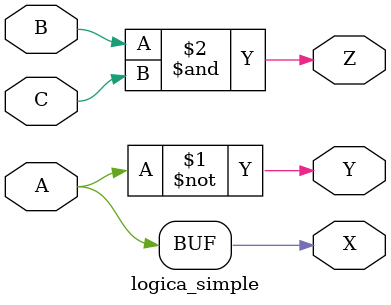
<source format=sv>
module logica_simple(
    input logic A, B, C,
    output logic X, Y, Z
    );
    
    assign X=A;
    assign Y=~A;
    assign Z=B&C;
    
endmodule

</source>
